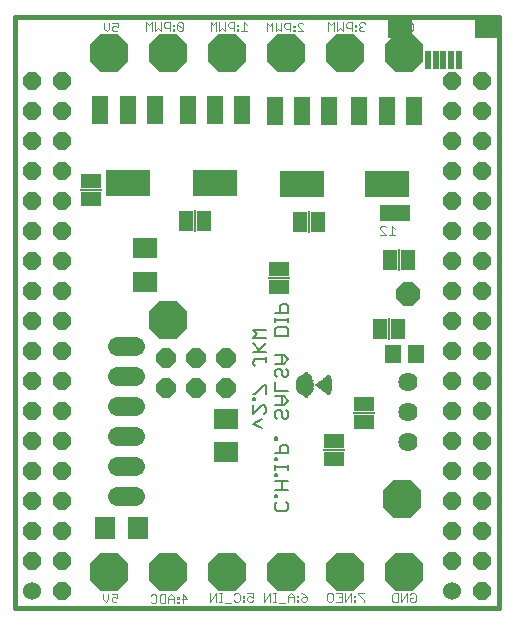
<source format=gbs>
G75*
%MOIN*%
%OFA0B0*%
%FSLAX24Y24*%
%IPPOS*%
%LPD*%
%AMOC8*
5,1,8,0,0,1.08239X$1,22.5*
%
%ADD10C,0.0160*%
%ADD11C,0.0030*%
%ADD12C,0.0060*%
%ADD13OC8,0.0640*%
%ADD14R,0.0520X0.0920*%
%ADD15R,0.1457X0.0906*%
%ADD16OC8,0.1290*%
%ADD17R,0.0827X0.0670*%
%ADD18R,0.0552X0.0631*%
%ADD19C,0.0640*%
%ADD20C,0.0600*%
%ADD21OC8,0.0600*%
%ADD22R,0.0500X0.0670*%
%ADD23R,0.0060X0.0720*%
%ADD24R,0.1040X0.0540*%
%ADD25R,0.0670X0.0749*%
%ADD26R,0.0670X0.0500*%
%ADD27R,0.0720X0.0060*%
%ADD28C,0.0640*%
%ADD29OC8,0.0800*%
%ADD30R,0.0004X0.0312*%
%ADD31R,0.0004X0.0344*%
%ADD32R,0.0004X0.0368*%
%ADD33R,0.0004X0.0392*%
%ADD34R,0.0004X0.0408*%
%ADD35R,0.0004X0.0424*%
%ADD36R,0.0004X0.0432*%
%ADD37R,0.0004X0.0448*%
%ADD38R,0.0004X0.0456*%
%ADD39R,0.0004X0.0472*%
%ADD40R,0.0004X0.0480*%
%ADD41R,0.0004X0.0488*%
%ADD42R,0.0004X0.0496*%
%ADD43R,0.0004X0.0504*%
%ADD44R,0.0004X0.0512*%
%ADD45R,0.0004X0.0520*%
%ADD46R,0.0004X0.0528*%
%ADD47R,0.0004X0.0536*%
%ADD48R,0.0004X0.0536*%
%ADD49R,0.0004X0.0544*%
%ADD50R,0.0004X0.0552*%
%ADD51R,0.0004X0.0560*%
%ADD52R,0.0004X0.0560*%
%ADD53R,0.0004X0.0568*%
%ADD54R,0.0004X0.0576*%
%ADD55R,0.0004X0.0584*%
%ADD56R,0.0004X0.0592*%
%ADD57R,0.0004X0.0592*%
%ADD58R,0.0004X0.0600*%
%ADD59R,0.0004X0.0608*%
%ADD60R,0.0004X0.0608*%
%ADD61R,0.0004X0.0616*%
%ADD62R,0.0004X0.0624*%
%ADD63R,0.0004X0.0632*%
%ADD64R,0.0004X0.0632*%
%ADD65R,0.0004X0.0640*%
%ADD66R,0.0004X0.0648*%
%ADD67R,0.0004X0.0648*%
%ADD68R,0.0004X0.0656*%
%ADD69R,0.0004X0.0664*%
%ADD70R,0.0004X0.0664*%
%ADD71R,0.0004X0.0672*%
%ADD72R,0.0004X0.0680*%
%ADD73R,0.0004X0.0680*%
%ADD74R,0.0004X0.0688*%
%ADD75R,0.0004X0.0696*%
%ADD76R,0.0004X0.0700*%
%ADD77R,0.0004X0.0708*%
%ADD78R,0.0004X0.0716*%
%ADD79R,0.0004X0.0720*%
%ADD80R,0.0004X0.0720*%
%ADD81R,0.0004X0.0724*%
%ADD82R,0.0004X0.0808*%
%ADD83R,0.0004X0.0824*%
%ADD84R,0.0004X0.0832*%
%ADD85R,0.0004X0.0840*%
%ADD86R,0.0004X0.0848*%
%ADD87R,0.0004X0.0856*%
%ADD88R,0.0004X0.0860*%
%ADD89R,0.0004X0.0864*%
%ADD90R,0.0004X0.0864*%
%ADD91R,0.0004X0.0868*%
%ADD92R,0.0004X0.0872*%
%ADD93R,0.0004X0.0872*%
%ADD94R,0.0004X0.0860*%
%ADD95R,0.0004X0.0832*%
%ADD96R,0.0004X0.0824*%
%ADD97R,0.0004X0.0708*%
%ADD98R,0.0004X0.0712*%
%ADD99R,0.0004X0.0712*%
%ADD100R,0.0004X0.0700*%
%ADD101R,0.0004X0.0696*%
%ADD102R,0.0004X0.0692*%
%ADD103R,0.0004X0.0668*%
%ADD104R,0.0004X0.0660*%
%ADD105R,0.0004X0.0452*%
%ADD106R,0.0004X0.0188*%
%ADD107R,0.0004X0.0448*%
%ADD108R,0.0004X0.0440*%
%ADD109R,0.0004X0.0184*%
%ADD110R,0.0004X0.0432*%
%ADD111R,0.0004X0.0184*%
%ADD112R,0.0004X0.0424*%
%ADD113R,0.0004X0.0412*%
%ADD114R,0.0004X0.0128*%
%ADD115R,0.0004X0.0044*%
%ADD116R,0.0004X0.0400*%
%ADD117R,0.0004X0.0008*%
%ADD118R,0.0004X0.0388*%
%ADD119R,0.0004X0.0132*%
%ADD120R,0.0004X0.0360*%
%ADD121R,0.0004X0.0136*%
%ADD122R,0.0004X0.0340*%
%ADD123R,0.0004X0.0140*%
%ADD124R,0.0004X0.0328*%
%ADD125R,0.0004X0.0144*%
%ADD126R,0.0004X0.0324*%
%ADD127R,0.0004X0.0148*%
%ADD128R,0.0004X0.0320*%
%ADD129R,0.0004X0.0156*%
%ADD130R,0.0004X0.0316*%
%ADD131R,0.0004X0.0176*%
%ADD132R,0.0004X0.0080*%
%ADD133R,0.0004X0.0052*%
%ADD134R,0.0004X0.0380*%
%ADD135R,0.0004X0.0372*%
%ADD136R,0.0004X0.0356*%
%ADD137R,0.0004X0.0004*%
%ADD138R,0.0004X0.0308*%
%ADD139R,0.0004X0.0060*%
%ADD140R,0.0004X0.0240*%
%ADD141R,0.0004X0.0232*%
%ADD142R,0.0004X0.0044*%
%ADD143R,0.0004X0.0164*%
%ADD144R,0.0004X0.0056*%
%ADD145R,0.0004X0.0036*%
%ADD146R,0.0004X0.0156*%
%ADD147R,0.0004X0.0048*%
%ADD148R,0.0004X0.0024*%
%ADD149R,0.0004X0.0036*%
%ADD150R,0.0004X0.0016*%
%ADD151R,0.0004X0.0028*%
%ADD152R,0.0004X0.0012*%
%ADD153R,0.0004X0.0124*%
%ADD154R,0.0004X0.0108*%
%ADD155R,0.0004X0.0008*%
%ADD156R,0.0004X0.0092*%
%ADD157R,0.0004X0.0068*%
%ADD158R,0.0004X0.0008*%
%ADD159R,0.0004X0.0016*%
%ADD160R,0.0004X0.0024*%
%ADD161R,0.0004X0.0032*%
%ADD162R,0.0004X0.0032*%
%ADD163R,0.0004X0.0040*%
%ADD164R,0.0004X0.0056*%
%ADD165R,0.0004X0.0064*%
%ADD166R,0.0004X0.0072*%
%ADD167R,0.0004X0.0088*%
%ADD168R,0.0004X0.0096*%
%ADD169R,0.0004X0.0104*%
%ADD170R,0.0004X0.0112*%
%ADD171R,0.0004X0.0120*%
%ADD172R,0.0004X0.0124*%
%ADD173R,0.0004X0.0128*%
%ADD174R,0.0004X0.0144*%
%ADD175R,0.0004X0.0152*%
%ADD176R,0.0004X0.0152*%
%ADD177R,0.0004X0.0160*%
%ADD178R,0.0004X0.0168*%
%ADD179R,0.0004X0.0176*%
%ADD180R,0.0004X0.0184*%
%ADD181R,0.0004X0.0192*%
%ADD182R,0.0004X0.0200*%
%ADD183R,0.0004X0.0208*%
%ADD184R,0.0004X0.0216*%
%ADD185R,0.0004X0.0216*%
%ADD186R,0.0004X0.0224*%
%ADD187R,0.0004X0.0232*%
%ADD188R,0.0004X0.0240*%
%ADD189R,0.0004X0.0248*%
%ADD190R,0.0004X0.0256*%
%ADD191R,0.0004X0.0264*%
%ADD192R,0.0004X0.0272*%
%ADD193R,0.0004X0.0280*%
%ADD194R,0.0004X0.0288*%
%ADD195R,0.0004X0.0296*%
%ADD196R,0.0004X0.0304*%
%ADD197R,0.0004X0.0320*%
%ADD198R,0.0004X0.0328*%
%ADD199R,0.0004X0.0336*%
%ADD200R,0.0004X0.0336*%
%ADD201R,0.0004X0.0200*%
%ADD202R,0.0004X0.0128*%
%ADD203R,0.0004X0.0204*%
%ADD204R,0.0004X0.0216*%
%ADD205R,0.0004X0.0228*%
%ADD206R,0.0004X0.0416*%
%ADD207R,0.0004X0.0424*%
%ADD208R,0.0004X0.0428*%
%ADD209R,0.0004X0.0304*%
%ADD210R,0.0004X0.0180*%
%ADD211R,0.0004X0.0112*%
%ADD212R,0.0004X0.0176*%
%ADD213R,0.0004X0.0112*%
%ADD214R,0.0004X0.0132*%
%ADD215R,0.0004X0.0116*%
%ADD216R,0.0004X0.0332*%
%ADD217R,0.0004X0.0336*%
%ADD218R,0.0004X0.0480*%
%ADD219R,0.0004X0.0496*%
%ADD220R,0.0004X0.0512*%
%ADD221R,0.0004X0.0544*%
%ADD222R,0.0004X0.0208*%
%ADD223R,0.0004X0.0356*%
%ADD224R,0.0004X0.0208*%
%ADD225R,0.0004X0.0364*%
%ADD226R,0.0004X0.0212*%
%ADD227R,0.0004X0.0368*%
%ADD228R,0.0004X0.0220*%
%ADD229R,0.0004X0.0600*%
%ADD230R,0.0004X0.0356*%
%ADD231R,0.0004X0.0228*%
%ADD232R,0.0004X0.0236*%
%ADD233R,0.0004X0.0360*%
%ADD234R,0.0004X0.0368*%
%ADD235R,0.0004X0.0244*%
%ADD236R,0.0004X0.0252*%
%ADD237R,0.0004X0.0376*%
%ADD238R,0.0004X0.0672*%
%ADD239R,0.0004X0.0624*%
%ADD240R,0.0004X0.0596*%
%ADD241R,0.0004X0.0552*%
%ADD242R,0.0004X0.0456*%
%ADD243R,0.0004X0.0384*%
%ADD244R,0.0004X0.0352*%
%ADD245R,0.0004X0.0188*%
%ADD246R,0.0004X0.0108*%
%ADD247R,0.0787X0.0669*%
%ADD248R,0.0197X0.0591*%
%ADD249R,0.0740X0.0640*%
D10*
X001046Y000180D02*
X017188Y000180D01*
X017188Y019865D01*
X001046Y019865D01*
X001046Y000180D01*
D11*
X003981Y000456D02*
X003981Y000649D01*
X003981Y000456D02*
X004077Y000359D01*
X004174Y000456D01*
X004174Y000649D01*
X004275Y000649D02*
X004469Y000649D01*
X004469Y000504D01*
X004372Y000553D01*
X004324Y000553D01*
X004275Y000504D01*
X004275Y000408D01*
X004324Y000359D01*
X004420Y000359D01*
X004469Y000408D01*
X005581Y000380D02*
X005629Y000332D01*
X005726Y000332D01*
X005774Y000380D01*
X005774Y000574D01*
X005726Y000622D01*
X005629Y000622D01*
X005581Y000574D01*
X005875Y000574D02*
X005875Y000380D01*
X005924Y000332D01*
X006069Y000332D01*
X006069Y000622D01*
X005924Y000622D01*
X005875Y000574D01*
X006170Y000525D02*
X006170Y000332D01*
X006170Y000477D02*
X006364Y000477D01*
X006364Y000525D02*
X006267Y000622D01*
X006170Y000525D01*
X006364Y000525D02*
X006364Y000332D01*
X006463Y000332D02*
X006511Y000332D01*
X006511Y000380D01*
X006463Y000380D01*
X006463Y000332D01*
X006463Y000477D02*
X006511Y000477D01*
X006511Y000525D01*
X006463Y000525D01*
X006463Y000477D01*
X006612Y000477D02*
X006806Y000477D01*
X006660Y000622D01*
X006660Y000332D01*
X007573Y000375D02*
X007573Y000665D01*
X007766Y000665D02*
X007573Y000375D01*
X007766Y000375D02*
X007766Y000665D01*
X007866Y000665D02*
X007963Y000665D01*
X007914Y000665D02*
X007914Y000375D01*
X007866Y000375D02*
X007963Y000375D01*
X008064Y000327D02*
X008257Y000327D01*
X008359Y000423D02*
X008407Y000375D01*
X008504Y000375D01*
X008552Y000423D01*
X008552Y000617D01*
X008504Y000665D01*
X008407Y000665D01*
X008359Y000617D01*
X008651Y000568D02*
X008651Y000520D01*
X008699Y000520D01*
X008699Y000568D01*
X008651Y000568D01*
X008651Y000423D02*
X008651Y000375D01*
X008699Y000375D01*
X008699Y000423D01*
X008651Y000423D01*
X008801Y000423D02*
X008849Y000375D01*
X008946Y000375D01*
X008994Y000423D01*
X008994Y000520D02*
X008897Y000568D01*
X008849Y000568D01*
X008801Y000520D01*
X008801Y000423D01*
X008994Y000520D02*
X008994Y000665D01*
X008801Y000665D01*
X009367Y000676D02*
X009367Y000386D01*
X009560Y000676D01*
X009560Y000386D01*
X009660Y000386D02*
X009757Y000386D01*
X009709Y000386D02*
X009709Y000676D01*
X009757Y000676D02*
X009660Y000676D01*
X009858Y000338D02*
X010052Y000338D01*
X010153Y000386D02*
X010153Y000580D01*
X010249Y000676D01*
X010346Y000580D01*
X010346Y000386D01*
X010445Y000386D02*
X010445Y000434D01*
X010494Y000434D01*
X010494Y000386D01*
X010445Y000386D01*
X010445Y000531D02*
X010494Y000531D01*
X010494Y000580D01*
X010445Y000580D01*
X010445Y000531D01*
X010346Y000531D02*
X010153Y000531D01*
X010595Y000483D02*
X010643Y000531D01*
X010788Y000531D01*
X010788Y000434D01*
X010740Y000386D01*
X010643Y000386D01*
X010595Y000434D01*
X010595Y000483D01*
X010691Y000628D02*
X010788Y000531D01*
X010691Y000628D02*
X010595Y000676D01*
X011463Y000621D02*
X011463Y000427D01*
X011511Y000379D01*
X011608Y000379D01*
X011656Y000427D01*
X011656Y000621D01*
X011608Y000669D01*
X011511Y000669D01*
X011463Y000621D01*
X011757Y000669D02*
X011951Y000669D01*
X011951Y000379D01*
X011757Y000379D01*
X011854Y000524D02*
X011951Y000524D01*
X012052Y000379D02*
X012052Y000669D01*
X012245Y000669D02*
X012052Y000379D01*
X012245Y000379D02*
X012245Y000669D01*
X012344Y000572D02*
X012344Y000524D01*
X012393Y000524D01*
X012393Y000572D01*
X012344Y000572D01*
X012344Y000427D02*
X012344Y000379D01*
X012393Y000379D01*
X012393Y000427D01*
X012344Y000427D01*
X012494Y000621D02*
X012687Y000427D01*
X012687Y000379D01*
X012687Y000669D02*
X012494Y000669D01*
X012494Y000621D01*
X013636Y000613D02*
X013684Y000661D01*
X013829Y000661D01*
X013829Y000371D01*
X013684Y000371D01*
X013636Y000419D01*
X013636Y000613D01*
X013931Y000661D02*
X013931Y000371D01*
X014124Y000661D01*
X014124Y000371D01*
X014225Y000419D02*
X014225Y000516D01*
X014322Y000516D01*
X014419Y000419D02*
X014370Y000371D01*
X014274Y000371D01*
X014225Y000419D01*
X014419Y000419D02*
X014419Y000613D01*
X014370Y000661D01*
X014274Y000661D01*
X014225Y000613D01*
X013727Y012614D02*
X013533Y012614D01*
X013630Y012614D02*
X013630Y012904D01*
X013727Y012807D01*
X013432Y012856D02*
X013384Y012904D01*
X013287Y012904D01*
X013239Y012856D01*
X013239Y012807D01*
X013432Y012614D01*
X013239Y012614D01*
X013578Y019387D02*
X013530Y019435D01*
X013530Y019629D01*
X013578Y019677D01*
X013723Y019677D01*
X013723Y019387D01*
X013578Y019387D01*
X013824Y019387D02*
X013824Y019677D01*
X014018Y019677D02*
X013824Y019387D01*
X014018Y019387D02*
X014018Y019677D01*
X014119Y019629D02*
X014167Y019677D01*
X014264Y019677D01*
X014312Y019629D01*
X014312Y019435D01*
X014264Y019387D01*
X014167Y019387D01*
X014119Y019435D01*
X014119Y019532D01*
X014216Y019532D01*
X012731Y019447D02*
X012682Y019399D01*
X012586Y019399D01*
X012537Y019447D01*
X012537Y019495D01*
X012586Y019544D01*
X012634Y019544D01*
X012586Y019544D02*
X012537Y019592D01*
X012537Y019640D01*
X012586Y019689D01*
X012682Y019689D01*
X012731Y019640D01*
X012436Y019592D02*
X012436Y019544D01*
X012388Y019544D01*
X012388Y019592D01*
X012436Y019592D01*
X012436Y019447D02*
X012436Y019399D01*
X012388Y019399D01*
X012388Y019447D01*
X012436Y019447D01*
X012289Y019495D02*
X012144Y019495D01*
X012095Y019544D01*
X012095Y019640D01*
X012144Y019689D01*
X012289Y019689D01*
X012289Y019399D01*
X011994Y019399D02*
X011994Y019689D01*
X011801Y019689D02*
X011801Y019399D01*
X011897Y019495D01*
X011994Y019399D01*
X011699Y019399D02*
X011699Y019689D01*
X011603Y019592D01*
X011506Y019689D01*
X011506Y019399D01*
X010672Y019387D02*
X010478Y019580D01*
X010478Y019629D01*
X010527Y019677D01*
X010623Y019677D01*
X010672Y019629D01*
X010672Y019387D02*
X010478Y019387D01*
X010377Y019387D02*
X010377Y019435D01*
X010329Y019435D01*
X010329Y019387D01*
X010377Y019387D01*
X010377Y019532D02*
X010377Y019580D01*
X010329Y019580D01*
X010329Y019532D01*
X010377Y019532D01*
X010230Y019484D02*
X010085Y019484D01*
X010036Y019532D01*
X010036Y019629D01*
X010085Y019677D01*
X010230Y019677D01*
X010230Y019387D01*
X009935Y019387D02*
X009935Y019677D01*
X009742Y019677D02*
X009742Y019387D01*
X009838Y019484D01*
X009935Y019387D01*
X009640Y019387D02*
X009640Y019677D01*
X009544Y019580D01*
X009447Y019677D01*
X009447Y019387D01*
X008802Y019410D02*
X008608Y019410D01*
X008705Y019410D02*
X008705Y019701D01*
X008802Y019604D01*
X008507Y019604D02*
X008507Y019556D01*
X008459Y019556D01*
X008459Y019604D01*
X008507Y019604D01*
X008507Y019459D02*
X008507Y019410D01*
X008459Y019410D01*
X008459Y019459D01*
X008507Y019459D01*
X008360Y019507D02*
X008215Y019507D01*
X008166Y019556D01*
X008166Y019652D01*
X008215Y019701D01*
X008360Y019701D01*
X008360Y019410D01*
X008065Y019410D02*
X007968Y019507D01*
X007871Y019410D01*
X007871Y019701D01*
X007770Y019701D02*
X007674Y019604D01*
X007577Y019701D01*
X007577Y019410D01*
X007770Y019410D02*
X007770Y019701D01*
X008065Y019701D02*
X008065Y019410D01*
X006660Y019459D02*
X006612Y019410D01*
X006515Y019410D01*
X006466Y019459D01*
X006466Y019652D01*
X006660Y019459D01*
X006660Y019652D01*
X006612Y019701D01*
X006515Y019701D01*
X006466Y019652D01*
X006365Y019604D02*
X006365Y019556D01*
X006317Y019556D01*
X006317Y019604D01*
X006365Y019604D01*
X006365Y019459D02*
X006365Y019410D01*
X006317Y019410D01*
X006317Y019459D01*
X006365Y019459D01*
X006218Y019507D02*
X006073Y019507D01*
X006024Y019556D01*
X006024Y019652D01*
X006073Y019701D01*
X006218Y019701D01*
X006218Y019410D01*
X005923Y019410D02*
X005923Y019701D01*
X005730Y019701D02*
X005730Y019410D01*
X005827Y019507D01*
X005923Y019410D01*
X005629Y019410D02*
X005629Y019701D01*
X005532Y019604D01*
X005435Y019701D01*
X005435Y019410D01*
X004502Y019435D02*
X004454Y019387D01*
X004357Y019387D01*
X004308Y019435D01*
X004308Y019532D01*
X004357Y019580D01*
X004405Y019580D01*
X004502Y019532D01*
X004502Y019677D01*
X004308Y019677D01*
X004207Y019677D02*
X004207Y019484D01*
X004111Y019387D01*
X004014Y019484D01*
X004014Y019677D01*
D12*
X009951Y010297D02*
X009878Y010224D01*
X009878Y010004D01*
X009731Y010004D02*
X010171Y010004D01*
X010171Y010224D01*
X010098Y010297D01*
X009951Y010297D01*
X009731Y009843D02*
X009731Y009697D01*
X009731Y009770D02*
X010171Y009770D01*
X010171Y009697D02*
X010171Y009843D01*
X010098Y009530D02*
X009805Y009530D01*
X009731Y009456D01*
X009731Y009236D01*
X010171Y009236D01*
X010171Y009456D01*
X010098Y009530D01*
X009421Y009453D02*
X008981Y009453D01*
X009128Y009306D01*
X008981Y009159D01*
X009421Y009159D01*
X009421Y008993D02*
X009128Y008699D01*
X009201Y008772D02*
X008981Y008993D01*
X008981Y008699D02*
X009421Y008699D01*
X009421Y008532D02*
X009421Y008385D01*
X009421Y008459D02*
X009055Y008459D01*
X008981Y008385D01*
X008981Y008312D01*
X009055Y008239D01*
X009348Y007611D02*
X009055Y007318D01*
X008981Y007318D01*
X008981Y007161D02*
X008981Y007088D01*
X009055Y007088D01*
X009055Y007161D01*
X008981Y007161D01*
X008981Y006921D02*
X008981Y006627D01*
X009275Y006921D01*
X009348Y006921D01*
X009421Y006848D01*
X009421Y006701D01*
X009348Y006627D01*
X009275Y006461D02*
X008981Y006314D01*
X009275Y006167D01*
X009731Y005857D02*
X009731Y005783D01*
X009805Y005783D01*
X009805Y005857D01*
X009731Y005857D01*
X009951Y005616D02*
X009878Y005543D01*
X009878Y005323D01*
X009731Y005323D02*
X010171Y005323D01*
X010171Y005543D01*
X010098Y005616D01*
X009951Y005616D01*
X009805Y005166D02*
X009731Y005166D01*
X009731Y005093D01*
X009805Y005093D01*
X009805Y005166D01*
X009731Y004933D02*
X009731Y004786D01*
X009731Y004859D02*
X010171Y004859D01*
X010171Y004786D02*
X010171Y004933D01*
X009805Y004629D02*
X009731Y004629D01*
X009731Y004556D01*
X009805Y004556D01*
X009805Y004629D01*
X009731Y004389D02*
X010171Y004389D01*
X009951Y004389D02*
X009951Y004095D01*
X009805Y003938D02*
X009731Y003938D01*
X009731Y003865D01*
X009805Y003865D01*
X009805Y003938D01*
X009731Y004095D02*
X010171Y004095D01*
X010098Y003698D02*
X010171Y003625D01*
X010171Y003478D01*
X010098Y003405D01*
X009805Y003405D01*
X009731Y003478D01*
X009731Y003625D01*
X009805Y003698D01*
X009805Y006474D02*
X009731Y006547D01*
X009731Y006694D01*
X009805Y006767D01*
X009878Y006767D01*
X009951Y006694D01*
X009951Y006547D01*
X010025Y006474D01*
X010098Y006474D01*
X010171Y006547D01*
X010171Y006694D01*
X010098Y006767D01*
X010025Y006934D02*
X010171Y007081D01*
X010025Y007228D01*
X009731Y007228D01*
X009731Y007395D02*
X009731Y007688D01*
X009805Y007855D02*
X009731Y007928D01*
X009731Y008075D01*
X009805Y008149D01*
X009878Y008149D01*
X009951Y008075D01*
X009951Y007928D01*
X010025Y007855D01*
X010098Y007855D01*
X010171Y007928D01*
X010171Y008075D01*
X010098Y008149D01*
X010025Y008315D02*
X010171Y008462D01*
X010025Y008609D01*
X009731Y008609D01*
X009951Y008609D02*
X009951Y008315D01*
X010025Y008315D02*
X009731Y008315D01*
X009421Y007611D02*
X009348Y007611D01*
X009421Y007611D02*
X009421Y007318D01*
X009731Y007395D02*
X010171Y007395D01*
X009951Y007228D02*
X009951Y006934D01*
X010025Y006934D02*
X009731Y006934D01*
D13*
X008085Y007507D03*
X008085Y008507D03*
X007085Y008507D03*
X006085Y008507D03*
X006085Y007507D03*
X007085Y007507D03*
D14*
X006817Y016762D03*
X007727Y016762D03*
X008637Y016762D03*
X009719Y016747D03*
X010628Y016747D03*
X011538Y016747D03*
X012534Y016747D03*
X013443Y016747D03*
X014353Y016747D03*
X005719Y016778D03*
X004810Y016778D03*
X003900Y016778D03*
D15*
X004810Y014338D03*
X007727Y014322D03*
X010628Y014306D03*
X013443Y014306D03*
D16*
X014038Y018684D03*
X012069Y018684D03*
X010101Y018684D03*
X008132Y018684D03*
X006164Y018684D03*
X004195Y018684D03*
X006169Y009771D03*
X006164Y001361D03*
X008132Y001361D03*
X010101Y001361D03*
X012069Y001361D03*
X014038Y001361D03*
X013943Y003796D03*
X004195Y001361D03*
D17*
X008090Y005377D03*
X008090Y006479D03*
X005378Y011052D03*
X005378Y012155D03*
D18*
X013672Y008625D03*
X014420Y008625D03*
D19*
X005054Y008908D02*
X004454Y008908D01*
X004454Y007908D02*
X005054Y007908D01*
X005054Y006908D02*
X004454Y006908D01*
X004454Y005908D02*
X005054Y005908D01*
X005054Y004908D02*
X004454Y004908D01*
X004454Y003908D02*
X005054Y003908D01*
D20*
X001617Y000735D03*
X015617Y000735D03*
D21*
X016617Y000735D03*
X016617Y001735D03*
X016617Y002735D03*
X016617Y003735D03*
X016617Y004735D03*
X016617Y005735D03*
X016617Y006735D03*
X016617Y007735D03*
X016617Y008735D03*
X016617Y009735D03*
X016617Y010735D03*
X016617Y011735D03*
X016617Y012735D03*
X016617Y013735D03*
X016617Y014735D03*
X016617Y015735D03*
X016617Y016735D03*
X016617Y017735D03*
X015617Y017735D03*
X015617Y016735D03*
X015617Y015735D03*
X015617Y014735D03*
X015617Y013735D03*
X015617Y012735D03*
X015617Y011735D03*
X015617Y010735D03*
X015617Y009735D03*
X015617Y008735D03*
X015617Y007735D03*
X015617Y006735D03*
X015617Y005735D03*
X015617Y004735D03*
X015617Y003735D03*
X015617Y002735D03*
X015617Y001735D03*
X002617Y001735D03*
X002617Y000735D03*
X001617Y001735D03*
X001617Y002735D03*
X001617Y003735D03*
X001617Y004735D03*
X001617Y005735D03*
X001617Y006735D03*
X001617Y007735D03*
X001617Y008735D03*
X001617Y009735D03*
X001617Y010735D03*
X001617Y011735D03*
X001617Y012735D03*
X001617Y013735D03*
X001617Y014735D03*
X001617Y015735D03*
X001617Y016735D03*
X001617Y017735D03*
X002617Y017735D03*
X002617Y016735D03*
X002617Y015735D03*
X002617Y014735D03*
X002617Y013735D03*
X002617Y012735D03*
X002617Y011735D03*
X002617Y010735D03*
X002617Y009735D03*
X002617Y008735D03*
X002617Y007735D03*
X002617Y006735D03*
X002617Y005735D03*
X002617Y004735D03*
X002617Y003735D03*
X002617Y002735D03*
D22*
X006747Y013058D03*
X007347Y013058D03*
X010545Y013038D03*
X011145Y013038D03*
X013561Y011755D03*
X014161Y011755D03*
X013822Y009479D03*
X013222Y009479D03*
D23*
X013522Y009479D03*
X013861Y011755D03*
X010845Y013038D03*
X007047Y013058D03*
D24*
X013719Y013349D03*
D25*
X005156Y002830D03*
X004054Y002830D03*
D26*
X009874Y010862D03*
X009874Y011462D03*
X012676Y006985D03*
X012676Y006385D03*
X011696Y005750D03*
X011696Y005150D03*
X003588Y013796D03*
X003588Y014396D03*
D27*
X003588Y014096D03*
X009874Y011162D03*
X012676Y006685D03*
X011696Y005450D03*
D28*
X014144Y005696D03*
X014144Y006696D03*
X014144Y007696D03*
D29*
X014144Y010633D03*
D30*
X011289Y007600D03*
X011285Y007600D03*
X010985Y007604D03*
X010473Y007600D03*
D31*
X010477Y007600D03*
D32*
X010481Y007600D03*
D33*
X010485Y007600D03*
X010969Y007576D03*
D34*
X011349Y007600D03*
X011353Y007600D03*
X011609Y007600D03*
X010489Y007600D03*
D35*
X010493Y007600D03*
D36*
X010497Y007600D03*
X011369Y007600D03*
X011605Y007600D03*
D37*
X010501Y007600D03*
D38*
X010505Y007600D03*
D39*
X010509Y007600D03*
D40*
X010513Y007600D03*
X011597Y007600D03*
D41*
X011405Y007600D03*
X010517Y007600D03*
D42*
X010521Y007600D03*
D43*
X010525Y007600D03*
X011417Y007600D03*
D44*
X011589Y007600D03*
X010529Y007600D03*
D45*
X010533Y007600D03*
X011425Y007600D03*
X011429Y007600D03*
D46*
X011433Y007600D03*
X010537Y007600D03*
D47*
X010541Y007600D03*
D48*
X010545Y007600D03*
X011437Y007600D03*
X011585Y007600D03*
D49*
X011445Y007600D03*
X010549Y007600D03*
D50*
X010553Y007600D03*
X011449Y007600D03*
D51*
X011453Y007600D03*
X010557Y007600D03*
D52*
X010561Y007600D03*
D53*
X010565Y007600D03*
X011457Y007600D03*
X011577Y007600D03*
D54*
X010573Y007600D03*
X010569Y007600D03*
D55*
X010577Y007600D03*
X011573Y007600D03*
D56*
X010581Y007600D03*
D57*
X010585Y007600D03*
D58*
X010589Y007600D03*
X010593Y007600D03*
D59*
X010597Y007600D03*
X011565Y007600D03*
D60*
X010601Y007600D03*
D61*
X010605Y007600D03*
X010609Y007600D03*
D62*
X010613Y007600D03*
X010617Y007600D03*
D63*
X010621Y007600D03*
D64*
X010625Y007600D03*
X011557Y007600D03*
D65*
X010633Y007600D03*
X010629Y007600D03*
D66*
X010637Y007600D03*
X010645Y007600D03*
X011553Y007600D03*
D67*
X010641Y007600D03*
D68*
X010649Y007600D03*
X010653Y007600D03*
X011517Y007600D03*
X011549Y007600D03*
D69*
X011545Y007600D03*
X011525Y007600D03*
X010657Y007600D03*
D70*
X010661Y007600D03*
X011521Y007600D03*
D71*
X011529Y007600D03*
X010897Y007604D03*
X010673Y007600D03*
X010669Y007600D03*
X010665Y007600D03*
D72*
X010677Y007600D03*
X010893Y007600D03*
X011533Y007600D03*
X011537Y007600D03*
D73*
X010681Y007600D03*
D74*
X010685Y007600D03*
X010689Y007600D03*
X010889Y007600D03*
D75*
X010697Y007600D03*
X010693Y007600D03*
D76*
X010701Y007602D03*
D77*
X010705Y007602D03*
X010709Y007602D03*
D78*
X010713Y007602D03*
X010717Y007602D03*
D79*
X010721Y007600D03*
D80*
X010725Y007600D03*
D81*
X010729Y007598D03*
D82*
X010733Y007600D03*
X010825Y007600D03*
D83*
X010737Y007600D03*
D84*
X010741Y007600D03*
D85*
X010745Y007600D03*
X010813Y007600D03*
D86*
X010809Y007600D03*
X010749Y007600D03*
D87*
X010753Y007600D03*
X010805Y007600D03*
D88*
X010757Y007598D03*
D89*
X010761Y007600D03*
D90*
X010765Y007600D03*
X010793Y007600D03*
X010797Y007600D03*
D91*
X010789Y007598D03*
X010773Y007598D03*
X010769Y007598D03*
D92*
X010777Y007600D03*
X010785Y007600D03*
D93*
X010781Y007600D03*
D94*
X010801Y007598D03*
D95*
X010817Y007600D03*
D96*
X010821Y007600D03*
D97*
X010857Y007590D03*
X010869Y007594D03*
D98*
X010861Y007592D03*
D99*
X010865Y007592D03*
D100*
X010873Y007594D03*
X010877Y007594D03*
D101*
X010881Y007596D03*
D102*
X010885Y007598D03*
D103*
X010901Y007606D03*
D104*
X010905Y007606D03*
X010909Y007606D03*
D105*
X010913Y007706D03*
D106*
X010929Y007374D03*
X010917Y007370D03*
X010913Y007370D03*
D107*
X010917Y007708D03*
D108*
X010921Y007708D03*
D109*
X010921Y007372D03*
D110*
X010925Y007708D03*
D111*
X010925Y007372D03*
D112*
X010929Y007712D03*
D113*
X010933Y007714D03*
D114*
X010937Y007412D03*
X010933Y007408D03*
X011309Y007492D03*
X011313Y007488D03*
D115*
X010933Y007302D03*
D116*
X010937Y007716D03*
X011345Y007600D03*
D117*
X011085Y007600D03*
X010937Y007284D03*
D118*
X010941Y007718D03*
D119*
X010941Y007418D03*
X011381Y007762D03*
D120*
X011469Y007712D03*
X010945Y007728D03*
D121*
X011013Y007600D03*
X011169Y007600D03*
X011329Y007480D03*
X010945Y007420D03*
D122*
X010949Y007734D03*
D123*
X010949Y007426D03*
X011333Y007478D03*
D124*
X011389Y007668D03*
X010953Y007732D03*
D125*
X010953Y007432D03*
D126*
X010957Y007730D03*
D127*
X011009Y007602D03*
X010957Y007438D03*
D128*
X010961Y007724D03*
X011621Y007600D03*
D129*
X011341Y007482D03*
X010961Y007446D03*
D130*
X010965Y007718D03*
D131*
X010965Y007464D03*
D132*
X011129Y007600D03*
X011133Y007600D03*
X010969Y007828D03*
D133*
X010973Y007826D03*
X010997Y007726D03*
D134*
X010973Y007578D03*
D135*
X010977Y007582D03*
D136*
X010981Y007586D03*
X011461Y007706D03*
D137*
X010985Y007434D03*
D138*
X010989Y007606D03*
D139*
X010993Y007726D03*
D140*
X010993Y007572D03*
X011237Y007600D03*
X011505Y007800D03*
X011629Y007600D03*
D141*
X011485Y007788D03*
X011489Y007792D03*
X010997Y007572D03*
D142*
X011001Y007730D03*
D143*
X011001Y007602D03*
D144*
X011001Y007488D03*
D145*
X011005Y007730D03*
D146*
X011005Y007602D03*
D147*
X011109Y007600D03*
X011005Y007484D03*
D148*
X011009Y007732D03*
D149*
X011033Y007602D03*
X011009Y007482D03*
D150*
X011017Y007476D03*
X011013Y007732D03*
D151*
X011013Y007478D03*
D152*
X011017Y007734D03*
D153*
X011017Y007602D03*
X011373Y007758D03*
X011397Y007426D03*
D154*
X011021Y007602D03*
D155*
X011021Y007472D03*
D156*
X011025Y007602D03*
D157*
X011029Y007602D03*
D158*
X011081Y007600D03*
D159*
X011089Y007600D03*
D160*
X011093Y007600D03*
D161*
X011097Y007600D03*
D162*
X011101Y007600D03*
D163*
X011105Y007600D03*
D164*
X011113Y007600D03*
X011117Y007600D03*
D165*
X011121Y007600D03*
D166*
X011125Y007600D03*
D167*
X011137Y007600D03*
D168*
X011141Y007600D03*
D169*
X011145Y007600D03*
X011149Y007600D03*
D170*
X011153Y007600D03*
D171*
X011157Y007600D03*
X011393Y007424D03*
D172*
X011161Y007602D03*
D173*
X011165Y007600D03*
X011317Y007484D03*
X011325Y007480D03*
X011377Y007760D03*
D174*
X011173Y007600D03*
X011337Y007480D03*
D175*
X011177Y007600D03*
D176*
X011181Y007600D03*
D177*
X011185Y007600D03*
D178*
X011189Y007600D03*
X011193Y007600D03*
D179*
X011197Y007600D03*
D180*
X011201Y007600D03*
D181*
X011205Y007600D03*
X011209Y007600D03*
D182*
X011213Y007600D03*
X011309Y007672D03*
X011313Y007676D03*
X011317Y007680D03*
D183*
X011329Y007684D03*
X011217Y007600D03*
D184*
X011221Y007600D03*
D185*
X011225Y007600D03*
D186*
X011229Y007600D03*
D187*
X011233Y007600D03*
X011497Y007796D03*
D188*
X011241Y007600D03*
D189*
X011245Y007600D03*
D190*
X011249Y007600D03*
D191*
X011253Y007600D03*
X011257Y007600D03*
D192*
X011261Y007600D03*
D193*
X011265Y007600D03*
X011625Y007600D03*
D194*
X011273Y007600D03*
X011269Y007600D03*
D195*
X011277Y007600D03*
D196*
X011281Y007600D03*
D197*
X011293Y007600D03*
D198*
X011297Y007600D03*
D199*
X011301Y007600D03*
D200*
X011305Y007600D03*
D201*
X011321Y007680D03*
D202*
X011321Y007484D03*
D203*
X011465Y007414D03*
X011325Y007682D03*
D204*
X011333Y007684D03*
X011337Y007684D03*
D205*
X011341Y007682D03*
D206*
X011357Y007600D03*
D207*
X011361Y007600D03*
D208*
X011365Y007598D03*
D209*
X011373Y007532D03*
D210*
X011377Y007590D03*
X011385Y007594D03*
D211*
X011377Y007432D03*
X011385Y007428D03*
D212*
X011381Y007592D03*
D213*
X011381Y007428D03*
D214*
X011385Y007762D03*
D215*
X011389Y007426D03*
D216*
X011393Y007670D03*
D217*
X011397Y007668D03*
D218*
X011401Y007600D03*
D219*
X011409Y007600D03*
X011413Y007600D03*
X011593Y007600D03*
D220*
X011421Y007600D03*
D221*
X011441Y007600D03*
D222*
X011461Y007420D03*
D223*
X011489Y007470D03*
X011493Y007470D03*
X011465Y007710D03*
D224*
X011469Y007412D03*
D225*
X011473Y007714D03*
D226*
X011473Y007410D03*
D227*
X011477Y007712D03*
D228*
X011477Y007414D03*
D229*
X011481Y007600D03*
D230*
X011485Y007474D03*
X011497Y007466D03*
D231*
X011493Y007794D03*
D232*
X011501Y007798D03*
D233*
X011501Y007464D03*
D234*
X011505Y007464D03*
X011509Y007464D03*
D235*
X011509Y007798D03*
D236*
X011513Y007798D03*
D237*
X011513Y007464D03*
D238*
X011541Y007600D03*
D239*
X011561Y007600D03*
D240*
X011569Y007598D03*
D241*
X011581Y007600D03*
D242*
X011601Y007600D03*
D243*
X011613Y007600D03*
D244*
X011617Y007600D03*
D245*
X011633Y007602D03*
D246*
X011637Y007598D03*
D247*
X013890Y019490D03*
X016791Y019490D03*
D248*
X015853Y018427D03*
X015597Y018427D03*
X015341Y018427D03*
X015085Y018427D03*
X014829Y018427D03*
D249*
X013891Y019490D03*
X016791Y019490D03*
M02*

</source>
